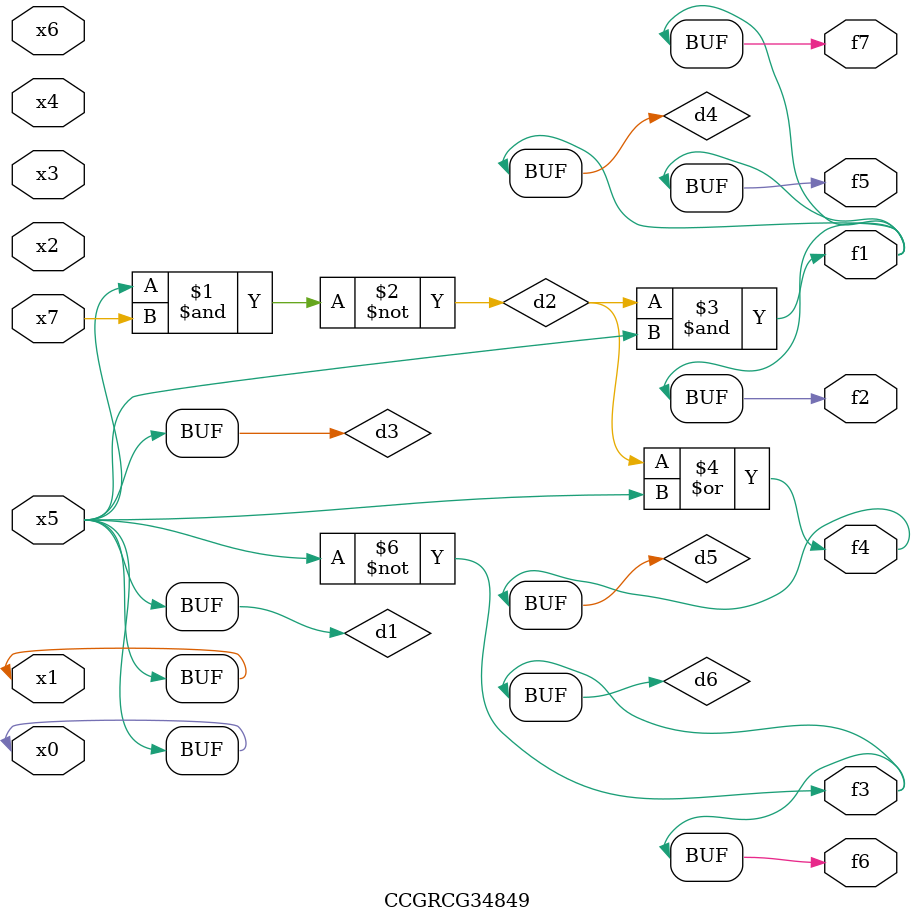
<source format=v>
module CCGRCG34849(
	input x0, x1, x2, x3, x4, x5, x6, x7,
	output f1, f2, f3, f4, f5, f6, f7
);

	wire d1, d2, d3, d4, d5, d6;

	buf (d1, x0, x5);
	nand (d2, x5, x7);
	buf (d3, x0, x1);
	and (d4, d2, d3);
	or (d5, d2, d3);
	nor (d6, d1, d3);
	assign f1 = d4;
	assign f2 = d4;
	assign f3 = d6;
	assign f4 = d5;
	assign f5 = d4;
	assign f6 = d6;
	assign f7 = d4;
endmodule

</source>
